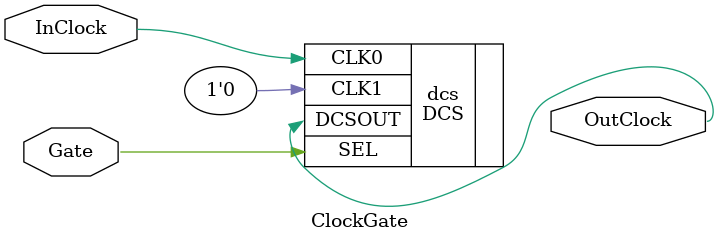
<source format=v>
/* Portlist
ClockGate cgate
	(.InClock(),.Gate(),.OutClock());
*/

module ClockGate
(
	////////////////////////////////////////////////////
	// Ports
	input InClock,Gate,
	output OutClock
);
	
	////////////////////////////////////////////////////
	// Instantiations
	DCS dcs (.SEL(Gate),.CLK0(InClock),.CLK1(1'b0),.DCSOUT(OutClock));
	defparam dcs.DCSMODE = "LOW_LOW";
	
	
endmodule 
</source>
